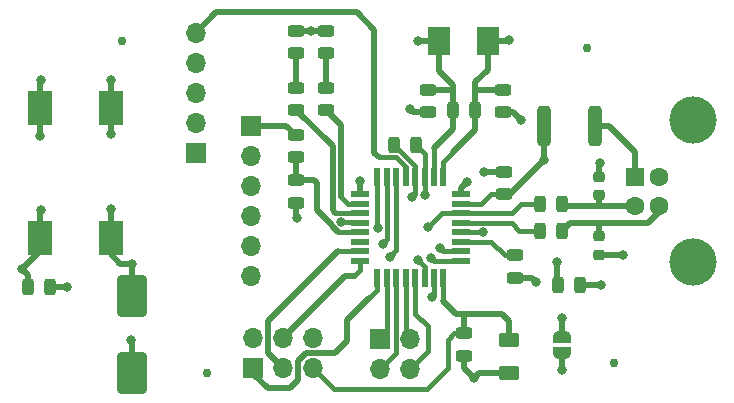
<source format=gbr>
%TF.GenerationSoftware,KiCad,Pcbnew,8.0.1+dfsg-1*%
%TF.CreationDate,2024-04-11T10:46:44+00:00*%
%TF.ProjectId,t1,74312e6b-6963-4616-945f-706362585858,WIP*%
%TF.SameCoordinates,Original*%
%TF.FileFunction,Copper,L1,Top*%
%TF.FilePolarity,Positive*%
%FSLAX46Y46*%
G04 Gerber Fmt 4.6, Leading zero omitted, Abs format (unit mm)*
G04 Created by KiCad (PCBNEW 8.0.1+dfsg-1) date 2024-04-11 10:46:44*
%MOMM*%
%LPD*%
G01*
G04 APERTURE LIST*
G04 Aperture macros list*
%AMRoundRect*
0 Rectangle with rounded corners*
0 $1 Rounding radius*
0 $2 $3 $4 $5 $6 $7 $8 $9 X,Y pos of 4 corners*
0 Add a 4 corners polygon primitive as box body*
4,1,4,$2,$3,$4,$5,$6,$7,$8,$9,$2,$3,0*
0 Add four circle primitives for the rounded corners*
1,1,$1+$1,$2,$3*
1,1,$1+$1,$4,$5*
1,1,$1+$1,$6,$7*
1,1,$1+$1,$8,$9*
0 Add four rect primitives between the rounded corners*
20,1,$1+$1,$2,$3,$4,$5,0*
20,1,$1+$1,$4,$5,$6,$7,0*
20,1,$1+$1,$6,$7,$8,$9,0*
20,1,$1+$1,$8,$9,$2,$3,0*%
%AMFreePoly0*
4,1,19,0.500000,-0.750000,0.000000,-0.750000,0.000000,-0.744911,-0.071157,-0.744911,-0.207708,-0.704816,-0.327430,-0.627875,-0.420627,-0.520320,-0.479746,-0.390866,-0.500000,-0.250000,-0.500000,0.250000,-0.479746,0.390866,-0.420627,0.520320,-0.327430,0.627875,-0.207708,0.704816,-0.071157,0.744911,0.000000,0.744911,0.000000,0.750000,0.500000,0.750000,0.500000,-0.750000,0.500000,-0.750000,
$1*%
%AMFreePoly1*
4,1,19,0.000000,0.744911,0.071157,0.744911,0.207708,0.704816,0.327430,0.627875,0.420627,0.520320,0.479746,0.390866,0.500000,0.250000,0.500000,-0.250000,0.479746,-0.390866,0.420627,-0.520320,0.327430,-0.627875,0.207708,-0.704816,0.071157,-0.744911,0.000000,-0.744911,0.000000,-0.750000,-0.500000,-0.750000,-0.500000,0.750000,0.000000,0.750000,0.000000,0.744911,0.000000,0.744911,
$1*%
G04 Aperture macros list end*
%TA.AperFunction,SMDPad,CuDef*%
%ADD10RoundRect,0.250000X-1.000000X1.500000X-1.000000X-1.500000X1.000000X-1.500000X1.000000X1.500000X0*%
%TD*%
%TA.AperFunction,SMDPad,CuDef*%
%ADD11RoundRect,0.243750X-0.243750X-0.456250X0.243750X-0.456250X0.243750X0.456250X-0.243750X0.456250X0*%
%TD*%
%TA.AperFunction,SMDPad,CuDef*%
%ADD12RoundRect,0.243750X-0.456250X0.243750X-0.456250X-0.243750X0.456250X-0.243750X0.456250X0.243750X0*%
%TD*%
%TA.AperFunction,SMDPad,CuDef*%
%ADD13RoundRect,0.243750X0.456250X-0.243750X0.456250X0.243750X-0.456250X0.243750X-0.456250X-0.243750X0*%
%TD*%
%TA.AperFunction,SMDPad,CuDef*%
%ADD14RoundRect,0.250000X0.625000X-0.375000X0.625000X0.375000X-0.625000X0.375000X-0.625000X-0.375000X0*%
%TD*%
%TA.AperFunction,SMDPad,CuDef*%
%ADD15RoundRect,0.250000X-0.312500X-1.450000X0.312500X-1.450000X0.312500X1.450000X-0.312500X1.450000X0*%
%TD*%
%TA.AperFunction,SMDPad,CuDef*%
%ADD16RoundRect,0.243750X0.243750X0.456250X-0.243750X0.456250X-0.243750X-0.456250X0.243750X-0.456250X0*%
%TD*%
%TA.AperFunction,SMDPad,CuDef*%
%ADD17C,0.750000*%
%TD*%
%TA.AperFunction,SMDPad,CuDef*%
%ADD18R,2.000000X3.000000*%
%TD*%
%TA.AperFunction,ComponentPad*%
%ADD19R,1.700000X1.700000*%
%TD*%
%TA.AperFunction,ComponentPad*%
%ADD20O,1.700000X1.700000*%
%TD*%
%TA.AperFunction,SMDPad,CuDef*%
%ADD21FreePoly0,270.000000*%
%TD*%
%TA.AperFunction,SMDPad,CuDef*%
%ADD22FreePoly1,270.000000*%
%TD*%
%TA.AperFunction,SMDPad,CuDef*%
%ADD23RoundRect,0.218750X-0.256250X0.218750X-0.256250X-0.218750X0.256250X-0.218750X0.256250X0.218750X0*%
%TD*%
%TA.AperFunction,SMDPad,CuDef*%
%ADD24R,1.900000X2.400000*%
%TD*%
%TA.AperFunction,ComponentPad*%
%ADD25R,1.600000X1.600000*%
%TD*%
%TA.AperFunction,ComponentPad*%
%ADD26C,1.600000*%
%TD*%
%TA.AperFunction,ComponentPad*%
%ADD27C,4.000000*%
%TD*%
%TA.AperFunction,SMDPad,CuDef*%
%ADD28R,0.550000X1.600000*%
%TD*%
%TA.AperFunction,SMDPad,CuDef*%
%ADD29R,1.600000X0.550000*%
%TD*%
%TA.AperFunction,SMDPad,CuDef*%
%ADD30RoundRect,0.218750X0.256250X-0.218750X0.256250X0.218750X-0.256250X0.218750X-0.256250X-0.218750X0*%
%TD*%
%TA.AperFunction,ViaPad*%
%ADD31C,0.800000*%
%TD*%
%TA.AperFunction,Conductor*%
%ADD32C,0.508000*%
%TD*%
%TA.AperFunction,Conductor*%
%ADD33C,0.381000*%
%TD*%
G04 APERTURE END LIST*
D10*
%TO.P,C1,1*%
%TO.N,+5V*%
X130835400Y-91644400D03*
%TO.P,C1,2*%
%TO.N,GND*%
X130835400Y-98144400D03*
%TD*%
D11*
%TO.P,C2,1*%
%TO.N,+5V*%
X122062500Y-90900000D03*
%TO.P,C2,2*%
%TO.N,GND*%
X123937500Y-90900000D03*
%TD*%
D12*
%TO.P,C3,1*%
%TO.N,Net-(U1-XTAL1)*%
X162260000Y-74178500D03*
%TO.P,C3,2*%
%TO.N,GND*%
X162260000Y-76053500D03*
%TD*%
%TO.P,C4,1*%
%TO.N,Net-(U1-PC0{slash}XTAL2)*%
X155910000Y-74178500D03*
%TO.P,C4,2*%
%TO.N,GND*%
X155910000Y-76053500D03*
%TD*%
%TO.P,C5,1*%
%TO.N,Net-(U1-UCAP)*%
X163322000Y-88216500D03*
%TO.P,C5,2*%
%TO.N,Earth*%
X163322000Y-90091500D03*
%TD*%
D11*
%TO.P,C7,1*%
%TO.N,+5V*%
X153037300Y-78867000D03*
%TO.P,C7,2*%
%TO.N,GND*%
X154912300Y-78867000D03*
%TD*%
D13*
%TO.P,C8,1*%
%TO.N,/DTR*%
X144754600Y-79906100D03*
%TO.P,C8,2*%
%TO.N,Net-(J6-Pin_1)*%
X144754600Y-78031100D03*
%TD*%
D14*
%TO.P,D1,1,K*%
%TO.N,+5V*%
X162814000Y-98174000D03*
%TO.P,D1,2,A*%
%TO.N,/RESET2*%
X162814000Y-95374000D03*
%TD*%
D13*
%TO.P,D2,1,K*%
%TO.N,/RXLED*%
X147320000Y-75887500D03*
%TO.P,D2,2,A*%
%TO.N,Net-(D2-A)*%
X147320000Y-74012500D03*
%TD*%
%TO.P,D3,1,K*%
%TO.N,/TXLED*%
X144780000Y-75887500D03*
%TO.P,D3,2,A*%
%TO.N,Net-(D3-A)*%
X144780000Y-74012500D03*
%TD*%
D15*
%TO.P,F1,1*%
%TO.N,VBUS*%
X165756500Y-77216000D03*
%TO.P,F1,2*%
%TO.N,Net-(J2-VBUS)*%
X170031500Y-77216000D03*
%TD*%
D16*
%TO.P,FB1,1*%
%TO.N,Net-(J2-Shield)*%
X168831500Y-90678000D03*
%TO.P,FB1,2*%
%TO.N,Earth*%
X166956500Y-90678000D03*
%TD*%
D17*
%TO.P,FID1,*%
%TO.N,*%
X169418000Y-70612000D03*
%TD*%
%TO.P,FID2,*%
%TO.N,*%
X171704000Y-97282000D03*
%TD*%
%TO.P,FID3,*%
%TO.N,*%
X129997200Y-70078600D03*
%TD*%
%TO.P,FID4,*%
%TO.N,*%
X137210800Y-98171000D03*
%TD*%
D18*
%TO.P,J1,1*%
%TO.N,GND*%
X123100000Y-75700000D03*
X129100000Y-75700000D03*
%TO.P,J1,2*%
%TO.N,+5V*%
X129100000Y-86700000D03*
%TO.P,J1,3*%
X123100000Y-86700000D03*
%TD*%
D19*
%TO.P,J3,1,Pin_1*%
%TO.N,Net-(J3-Pin_1)*%
X136300000Y-79500000D03*
D20*
%TO.P,J3,2,Pin_2*%
%TO.N,Net-(J3-Pin_2)*%
X136300000Y-76960000D03*
%TO.P,J3,3,Pin_3*%
%TO.N,Net-(J3-Pin_3)*%
X136300000Y-74420000D03*
%TO.P,J3,4,Pin_4*%
%TO.N,Net-(J3-Pin_4)*%
X136300000Y-71880000D03*
%TO.P,J3,5,Pin_5*%
%TO.N,Net-(J3-Pin_5)*%
X136300000Y-69340000D03*
%TD*%
D19*
%TO.P,J4,1,Pin_1*%
%TO.N,Net-(J4-Pin_1)*%
X151892000Y-95250000D03*
D20*
%TO.P,J4,2,Pin_2*%
%TO.N,Net-(J4-Pin_2)*%
X154432000Y-95250000D03*
%TO.P,J4,3,Pin_3*%
%TO.N,Net-(J4-Pin_3)*%
X151892000Y-97790000D03*
%TO.P,J4,4,Pin_4*%
%TO.N,Net-(J4-Pin_4)*%
X154432000Y-97790000D03*
%TD*%
D19*
%TO.P,J5,1,Pin_1*%
%TO.N,/MISO2*%
X141122400Y-97764600D03*
D20*
%TO.P,J5,2,Pin_2*%
%TO.N,+5V*%
X141122400Y-95224600D03*
%TO.P,J5,3,Pin_3*%
%TO.N,/SCK2*%
X143662400Y-97764600D03*
%TO.P,J5,4,Pin_4*%
%TO.N,/MOSI2*%
X143662400Y-95224600D03*
%TO.P,J5,5,Pin_5*%
%TO.N,/RESET2*%
X146202400Y-97764600D03*
%TO.P,J5,6,Pin_6*%
%TO.N,GND*%
X146202400Y-95224600D03*
%TD*%
D19*
%TO.P,J6,1,Pin_1*%
%TO.N,Net-(J6-Pin_1)*%
X140970000Y-77216000D03*
D20*
%TO.P,J6,2,Pin_2*%
%TO.N,Net-(J6-Pin_2)*%
X140970000Y-79756000D03*
%TO.P,J6,3,Pin_3*%
%TO.N,Net-(J6-Pin_3)*%
X140970000Y-82296000D03*
%TO.P,J6,4,Pin_4*%
%TO.N,Net-(J6-Pin_4)*%
X140970000Y-84836000D03*
%TO.P,J6,5,Pin_5*%
%TO.N,Net-(J6-Pin_5)*%
X140970000Y-87376000D03*
%TO.P,J6,6,Pin_6*%
%TO.N,Net-(J6-Pin_6)*%
X140970000Y-89916000D03*
%TD*%
D21*
%TO.P,JP1,1,A*%
%TO.N,Earth*%
X167259000Y-95133400D03*
D22*
%TO.P,JP1,2,B*%
%TO.N,GND*%
X167259000Y-96433400D03*
%TD*%
D11*
%TO.P,R1,1*%
%TO.N,Net-(U1-D+)*%
X165432500Y-86106000D03*
%TO.P,R1,2*%
%TO.N,Net-(J2-D+)*%
X167307500Y-86106000D03*
%TD*%
%TO.P,R2,1*%
%TO.N,Net-(U1-D-)*%
X165432500Y-83820000D03*
%TO.P,R2,2*%
%TO.N,Net-(J2-D-)*%
X167307500Y-83820000D03*
%TD*%
D16*
%TO.P,R3,1*%
%TO.N,Net-(U1-XTAL1)*%
X159895500Y-75878000D03*
%TO.P,R3,2*%
%TO.N,Net-(U1-PC0{slash}XTAL2)*%
X158020500Y-75878000D03*
%TD*%
D13*
%TO.P,R4,1*%
%TO.N,+5V*%
X159004000Y-96695500D03*
%TO.P,R4,2*%
%TO.N,/RESET2*%
X159004000Y-94820500D03*
%TD*%
D12*
%TO.P,R5,1*%
%TO.N,/DTR*%
X144754600Y-81866500D03*
%TO.P,R5,2*%
%TO.N,GND*%
X144754600Y-83741500D03*
%TD*%
%TO.P,R6,1*%
%TO.N,+5V*%
X147320000Y-69237300D03*
%TO.P,R6,2*%
%TO.N,Net-(D2-A)*%
X147320000Y-71112300D03*
%TD*%
%TO.P,R7,1*%
%TO.N,+5V*%
X144780000Y-69237300D03*
%TO.P,R7,2*%
%TO.N,Net-(D3-A)*%
X144780000Y-71112300D03*
%TD*%
D23*
%TO.P,VR1,1*%
%TO.N,Net-(J2-D+)*%
X170434000Y-86563000D03*
%TO.P,VR1,2*%
%TO.N,Net-(J2-Shield)*%
X170434000Y-88138000D03*
%TD*%
D24*
%TO.P,Y1,1,1*%
%TO.N,Net-(U1-XTAL1)*%
X160977800Y-70027800D03*
%TO.P,Y1,2,2*%
%TO.N,Net-(U1-PC0{slash}XTAL2)*%
X156877800Y-70027800D03*
%TD*%
D25*
%TO.P,J2,1,VBUS*%
%TO.N,Net-(J2-VBUS)*%
X173482000Y-81534000D03*
D26*
%TO.P,J2,2,D-*%
%TO.N,Net-(J2-D-)*%
X173482000Y-84034000D03*
%TO.P,J2,3,D+*%
%TO.N,Net-(J2-D+)*%
X175482000Y-84034000D03*
%TO.P,J2,4,GND*%
%TO.N,Earth*%
X175482000Y-81534000D03*
D27*
%TO.P,J2,5,Shield*%
%TO.N,Net-(J2-Shield)*%
X178342000Y-76784000D03*
X178342000Y-88784000D03*
%TD*%
D28*
%TO.P,U1,1,XTAL1*%
%TO.N,Net-(U1-XTAL1)*%
X157232000Y-81602000D03*
%TO.P,U1,2,PC0/XTAL2*%
%TO.N,Net-(U1-PC0{slash}XTAL2)*%
X156432000Y-81602000D03*
%TO.P,U1,3,GND*%
%TO.N,GND*%
X155632000Y-81602000D03*
%TO.P,U1,4,VCC*%
%TO.N,+5V*%
X154832000Y-81602000D03*
%TO.P,U1,5,PC2*%
%TO.N,Net-(J3-Pin_5)*%
X154032000Y-81602000D03*
%TO.P,U1,6,PD0*%
%TO.N,Net-(J6-Pin_6)*%
X153232000Y-81602000D03*
%TO.P,U1,7,PD1*%
%TO.N,Net-(J6-Pin_5)*%
X152432000Y-81602000D03*
%TO.P,U1,8,PD2*%
%TO.N,Net-(J6-Pin_4)*%
X151632000Y-81602000D03*
D29*
%TO.P,U1,9,PD3*%
%TO.N,Net-(J6-Pin_3)*%
X150182000Y-83052000D03*
%TO.P,U1,10,PD4*%
%TO.N,/RXLED*%
X150182000Y-83852000D03*
%TO.P,U1,11,PD5*%
%TO.N,/TXLED*%
X150182000Y-84652000D03*
%TO.P,U1,12,PD6*%
%TO.N,Net-(J6-Pin_2)*%
X150182000Y-85452000D03*
%TO.P,U1,13,~{HWB}/PD7*%
%TO.N,/DTR*%
X150182000Y-86252000D03*
%TO.P,U1,14,PB0*%
%TO.N,unconnected-(U1-PB0-Pad14)*%
X150182000Y-87052000D03*
%TO.P,U1,15,PB1*%
%TO.N,/SCK2*%
X150182000Y-87852000D03*
%TO.P,U1,16,PB2*%
%TO.N,/MOSI2*%
X150182000Y-88652000D03*
D28*
%TO.P,U1,17,PB3*%
%TO.N,/MISO2*%
X151632000Y-90102000D03*
%TO.P,U1,18,PB4*%
%TO.N,Net-(J4-Pin_1)*%
X152432000Y-90102000D03*
%TO.P,U1,19,PB5*%
%TO.N,Net-(J4-Pin_3)*%
X153232000Y-90102000D03*
%TO.P,U1,20,PB6*%
%TO.N,Net-(J4-Pin_2)*%
X154032000Y-90102000D03*
%TO.P,U1,21,PB7*%
%TO.N,Net-(J4-Pin_4)*%
X154832000Y-90102000D03*
%TO.P,U1,22,PC7*%
%TO.N,Net-(J3-Pin_1)*%
X155632000Y-90102000D03*
%TO.P,U1,23,PC6*%
%TO.N,Net-(J3-Pin_2)*%
X156432000Y-90102000D03*
%TO.P,U1,24,PC1/~{RESET}*%
%TO.N,/RESET2*%
X157232000Y-90102000D03*
D29*
%TO.P,U1,25,PC5*%
%TO.N,Net-(J3-Pin_3)*%
X158682000Y-88652000D03*
%TO.P,U1,26,PC4*%
%TO.N,Net-(J3-Pin_4)*%
X158682000Y-87852000D03*
%TO.P,U1,27,UCAP*%
%TO.N,Net-(U1-UCAP)*%
X158682000Y-87052000D03*
%TO.P,U1,28,UGND*%
%TO.N,Earth*%
X158682000Y-86252000D03*
%TO.P,U1,29,D+*%
%TO.N,Net-(U1-D+)*%
X158682000Y-85452000D03*
%TO.P,U1,30,D-*%
%TO.N,Net-(U1-D-)*%
X158682000Y-84652000D03*
%TO.P,U1,31,UVCC*%
%TO.N,VBUS*%
X158682000Y-83852000D03*
%TO.P,U1,32,AVCC*%
%TO.N,+5V*%
X158682000Y-83052000D03*
%TD*%
D30*
%TO.P,VR2,1*%
%TO.N,Net-(J2-D-)*%
X170434000Y-83108900D03*
%TO.P,VR2,2*%
%TO.N,Net-(J2-Shield)*%
X170434000Y-81533900D03*
%TD*%
D13*
%TO.P,C6,1*%
%TO.N,VBUS*%
X162382200Y-83004900D03*
%TO.P,C6,2*%
%TO.N,Earth*%
X162382200Y-81129900D03*
%TD*%
D31*
%TO.N,GND*%
X154355800Y-75793600D03*
X123113800Y-73329800D03*
X129108200Y-77952600D03*
X167259000Y-97942400D03*
X155676600Y-83058000D03*
X163830000Y-76758800D03*
X125349000Y-90906600D03*
X130810000Y-95351600D03*
X129082800Y-73380600D03*
X144830800Y-85064600D03*
X123088400Y-78130400D03*
%TO.N,+5V*%
X159842200Y-98602800D03*
X154533600Y-83286600D03*
X146024600Y-69240400D03*
X159181800Y-81965800D03*
X130835400Y-88900000D03*
X129108200Y-84302600D03*
X121564400Y-89331800D03*
X123139200Y-84404200D03*
%TO.N,Net-(U1-XTAL1)*%
X162763200Y-70002400D03*
%TO.N,Net-(U1-PC0{slash}XTAL2)*%
X155041600Y-70078600D03*
%TO.N,Earth*%
X160680400Y-81153000D03*
X166878000Y-88773000D03*
X160553400Y-86233000D03*
X167233600Y-93522800D03*
X165049200Y-90449400D03*
%TO.N,VBUS*%
X165735000Y-80162400D03*
%TO.N,Net-(J2-Shield)*%
X170459400Y-80416400D03*
X172389800Y-88138000D03*
X170561000Y-90678000D03*
%TO.N,Net-(J3-Pin_4)*%
X156895800Y-87553800D03*
%TO.N,Net-(J3-Pin_3)*%
X156159200Y-88392000D03*
%TO.N,Net-(J3-Pin_2)*%
X156286200Y-91694000D03*
%TO.N,Net-(J3-Pin_1)*%
X155067000Y-88595200D03*
%TO.N,Net-(J6-Pin_3)*%
X150139400Y-81889600D03*
%TO.N,Net-(J6-Pin_5)*%
X152069800Y-87223600D03*
%TO.N,Net-(J6-Pin_6)*%
X152679400Y-88315800D03*
%TO.N,Net-(J6-Pin_4)*%
X151689100Y-85852000D03*
%TO.N,Net-(J6-Pin_2)*%
X148595111Y-85389689D03*
%TO.N,Net-(U1-D-)*%
X155956000Y-85775802D03*
%TD*%
D32*
%TO.N,GND*%
X144754600Y-84988400D02*
X144830800Y-85064600D01*
X125342400Y-90900000D02*
X125349000Y-90906600D01*
X129100000Y-75700000D02*
X129100000Y-77944400D01*
D33*
X155632000Y-83013400D02*
X155676600Y-83058000D01*
D32*
X144754600Y-83741500D02*
X144754600Y-84988400D01*
X123937500Y-90900000D02*
X125342400Y-90900000D01*
X123100000Y-75700000D02*
X123100000Y-78118800D01*
X163124700Y-76053500D02*
X163830000Y-76758800D01*
D33*
X155632000Y-79586700D02*
X154912300Y-78867000D01*
X155632000Y-81602000D02*
X155632000Y-83013400D01*
D32*
X123100000Y-75700000D02*
X123100000Y-73343600D01*
X154615700Y-76053500D02*
X154355800Y-75793600D01*
X123100000Y-73343600D02*
X123113800Y-73329800D01*
X162260000Y-76053500D02*
X163124700Y-76053500D01*
X155910000Y-76053500D02*
X154615700Y-76053500D01*
X167259000Y-96433400D02*
X167259000Y-97942400D01*
X130835400Y-95377000D02*
X130810000Y-95351600D01*
X129100000Y-73397800D02*
X129082800Y-73380600D01*
X129100000Y-77944400D02*
X129108200Y-77952600D01*
X123100000Y-78118800D02*
X123088400Y-78130400D01*
D33*
X155632000Y-81602000D02*
X155632000Y-79586700D01*
D32*
X130835400Y-98144400D02*
X130835400Y-95377000D01*
X129100000Y-75700000D02*
X129100000Y-73397800D01*
%TO.N,+5V*%
X123100000Y-84443400D02*
X123139200Y-84404200D01*
X144780000Y-69237300D02*
X146021500Y-69237300D01*
D33*
X154832000Y-82988200D02*
X154533600Y-83286600D01*
D32*
X129100000Y-84310800D02*
X129108200Y-84302600D01*
X162814000Y-98174000D02*
X160271000Y-98174000D01*
X158682000Y-83052000D02*
X158682000Y-82465600D01*
D33*
X154832000Y-80661700D02*
X153037300Y-78867000D01*
D32*
X159004000Y-97764600D02*
X159842200Y-98602800D01*
X123100000Y-86700000D02*
X123100000Y-84443400D01*
X146021500Y-69237300D02*
X146024600Y-69240400D01*
X159004000Y-96695500D02*
X159004000Y-97764600D01*
X123100000Y-86700000D02*
X123100000Y-87796200D01*
X129100000Y-86700000D02*
X129100000Y-84310800D01*
X129870200Y-88900000D02*
X130835400Y-88900000D01*
X122062500Y-89829900D02*
X121564400Y-89331800D01*
X122062500Y-90900000D02*
X122062500Y-89829900D01*
X130835400Y-91644400D02*
X130835400Y-88900000D01*
X160271000Y-98174000D02*
X159842200Y-98602800D01*
X146027700Y-69237300D02*
X146024600Y-69240400D01*
D33*
X154832000Y-81602000D02*
X154832000Y-80661700D01*
D32*
X158682000Y-82465600D02*
X159181800Y-81965800D01*
X123100000Y-87796200D02*
X121564400Y-89331800D01*
X129100000Y-88129800D02*
X129870200Y-88900000D01*
X129100000Y-86700000D02*
X129100000Y-88129800D01*
X147320000Y-69237300D02*
X146027700Y-69237300D01*
D33*
X154832000Y-81602000D02*
X154832000Y-82988200D01*
D32*
%TO.N,Net-(U1-XTAL1)*%
X162260000Y-74178500D02*
X159954300Y-74178500D01*
X162737800Y-70027800D02*
X162763200Y-70002400D01*
D33*
X157232000Y-80283400D02*
X158038800Y-79476600D01*
D32*
X159895500Y-73555900D02*
X160977800Y-72473600D01*
X160977800Y-72473600D02*
X160977800Y-70027800D01*
X158038800Y-79476600D02*
X159895500Y-77619900D01*
X159954300Y-74178500D02*
X159895500Y-74119700D01*
X159895500Y-75878000D02*
X159895500Y-74119700D01*
X160977800Y-70027800D02*
X162737800Y-70027800D01*
D33*
X157232000Y-81602000D02*
X157232000Y-80283400D01*
D32*
X159895500Y-77619900D02*
X159895500Y-75878000D01*
X159895500Y-74119700D02*
X159895500Y-73555900D01*
%TO.N,Net-(U1-PC0{slash}XTAL2)*%
X155910000Y-74178500D02*
X157875900Y-74178500D01*
X156827000Y-70078600D02*
X156877800Y-70027800D01*
X158020500Y-75878000D02*
X158020500Y-77513700D01*
X155041600Y-70078600D02*
X156827000Y-70078600D01*
X158020500Y-75878000D02*
X158020500Y-74033900D01*
D33*
X156438600Y-79095600D02*
X156432000Y-79102200D01*
D32*
X158020500Y-74033900D02*
X158020500Y-73768700D01*
D33*
X156432000Y-79102200D02*
X156432000Y-81602000D01*
D32*
X158020500Y-77513700D02*
X156438600Y-79095600D01*
X156877800Y-72626000D02*
X156877800Y-70027800D01*
X157875900Y-74178500D02*
X158020500Y-74033900D01*
X158020500Y-73768700D02*
X156877800Y-72626000D01*
D33*
%TO.N,Earth*%
X158682000Y-86252000D02*
X160534400Y-86252000D01*
D32*
X160703500Y-81129900D02*
X160680400Y-81153000D01*
X166878000Y-88773000D02*
X166878000Y-90599500D01*
X163322000Y-90091500D02*
X164691300Y-90091500D01*
X167259000Y-95133400D02*
X167259000Y-93548200D01*
X162382200Y-81129900D02*
X160703500Y-81129900D01*
D33*
X160534400Y-86252000D02*
X160553400Y-86233000D01*
D32*
X166878000Y-90599500D02*
X166956500Y-90678000D01*
X164691300Y-90091500D02*
X165049200Y-90449400D01*
X167259000Y-93548200D02*
X167233600Y-93522800D01*
D33*
%TO.N,Net-(U1-UCAP)*%
X161245400Y-87052000D02*
X162409900Y-88216500D01*
X158682000Y-87052000D02*
X161245400Y-87052000D01*
X162409900Y-88216500D02*
X163322000Y-88216500D01*
%TO.N,VBUS*%
X160369000Y-83852000D02*
X161216100Y-83004900D01*
D32*
X162382200Y-83004900D02*
X162892500Y-83004900D01*
X162892500Y-83004900D02*
X165735000Y-80162400D01*
D33*
X158682000Y-83852000D02*
X160369000Y-83852000D01*
D32*
X165756500Y-77216000D02*
X165756500Y-80140900D01*
D33*
X161216100Y-83004900D02*
X162382200Y-83004900D01*
D32*
X165756500Y-80140900D02*
X165735000Y-80162400D01*
%TO.N,Net-(J6-Pin_1)*%
X140970000Y-77216000D02*
X143939500Y-77216000D01*
X143939500Y-77216000D02*
X144754600Y-78031100D01*
%TO.N,/DTR*%
X146507200Y-82092800D02*
X146280900Y-81866500D01*
X147777200Y-85674200D02*
X146507200Y-84404200D01*
X147777200Y-85712200D02*
X147777200Y-85674200D01*
X146280900Y-81866500D02*
X144754600Y-81866500D01*
X146507200Y-84404200D02*
X146507200Y-82092800D01*
X148317000Y-86252000D02*
X147777200Y-85712200D01*
D33*
X150182000Y-86252000D02*
X148317000Y-86252000D01*
D32*
X144754600Y-79906100D02*
X144754600Y-81866500D01*
%TO.N,/RESET2*%
X158267400Y-93141800D02*
X157226000Y-92100400D01*
X159004000Y-93294200D02*
X159004000Y-94820500D01*
D33*
X157581600Y-95351600D02*
X158112700Y-94820500D01*
X158112700Y-94820500D02*
X159004000Y-94820500D01*
X146202400Y-97764600D02*
X147929600Y-99491800D01*
D32*
X159156400Y-93141800D02*
X158267400Y-93141800D01*
D33*
X157232000Y-92094400D02*
X157232000Y-90102000D01*
D32*
X162179000Y-93141800D02*
X159156400Y-93141800D01*
D33*
X157581600Y-97713800D02*
X157581600Y-95351600D01*
X157226000Y-92100400D02*
X157232000Y-92094400D01*
D32*
X162814000Y-95374000D02*
X162814000Y-93776800D01*
X162814000Y-93776800D02*
X162179000Y-93141800D01*
X159156400Y-93141800D02*
X159004000Y-93294200D01*
D33*
X147929600Y-99491800D02*
X155803600Y-99491800D01*
X155803600Y-99491800D02*
X157581600Y-97713800D01*
D32*
%TO.N,Net-(D2-A)*%
X147320000Y-71112300D02*
X147320000Y-74012500D01*
D33*
%TO.N,/RXLED*%
X149175478Y-83852000D02*
X148564600Y-83241122D01*
X150182000Y-83852000D02*
X149175478Y-83852000D01*
D32*
X148564600Y-83241122D02*
X148564600Y-77132100D01*
X148564600Y-77132100D02*
X147320000Y-75887500D01*
%TO.N,Net-(D3-A)*%
X144780000Y-71112300D02*
X144780000Y-74012500D01*
%TO.N,/TXLED*%
X144780000Y-75887500D02*
X147853400Y-78960900D01*
X147853400Y-78960900D02*
X147853400Y-84404200D01*
D33*
X150162800Y-84632800D02*
X150182000Y-84652000D01*
D32*
X147853400Y-84404200D02*
X148082000Y-84632800D01*
D33*
X148082000Y-84632800D02*
X150162800Y-84632800D01*
D32*
%TO.N,Net-(J2-VBUS)*%
X171216000Y-77216000D02*
X170031500Y-77216000D01*
X173482000Y-79482000D02*
X171216000Y-77216000D01*
X173482000Y-81534000D02*
X173482000Y-79482000D01*
%TO.N,Net-(J2-Shield)*%
X170434000Y-81762500D02*
X170434000Y-80441800D01*
X170434000Y-88138000D02*
X172389800Y-88138000D01*
X170434000Y-80441800D02*
X170459400Y-80416400D01*
X168831500Y-90678000D02*
X170561000Y-90678000D01*
%TO.N,Net-(J2-D+)*%
X175482000Y-84034000D02*
X175482000Y-84526000D01*
X174508000Y-85500000D02*
X170412200Y-85500000D01*
X170434000Y-86563000D02*
X170434000Y-85521800D01*
X175482000Y-84526000D02*
X174508000Y-85500000D01*
X167913500Y-85500000D02*
X167307500Y-86106000D01*
X170201800Y-85500000D02*
X167913500Y-85500000D01*
%TO.N,Net-(J2-D-)*%
X170368600Y-84034000D02*
X167521500Y-84034000D01*
X173482000Y-84034000D02*
X170368600Y-84034000D01*
X167521500Y-84034000D02*
X167307500Y-83820000D01*
X170434000Y-83108900D02*
X170434000Y-83968600D01*
X170434000Y-83968600D02*
X170368600Y-84034000D01*
D33*
%TO.N,Net-(J3-Pin_4)*%
X158682000Y-87852000D02*
X157194000Y-87852000D01*
X157194000Y-87852000D02*
X156895800Y-87553800D01*
%TO.N,Net-(J3-Pin_3)*%
X156419200Y-88652000D02*
X156159200Y-88392000D01*
X158682000Y-88652000D02*
X156419200Y-88652000D01*
%TO.N,Net-(J3-Pin_2)*%
X156432000Y-90102000D02*
X156432000Y-91548200D01*
X156432000Y-91548200D02*
X156286200Y-91694000D01*
%TO.N,Net-(J3-Pin_1)*%
X155632000Y-90102000D02*
X155632000Y-89160200D01*
X155632000Y-89160200D02*
X155067000Y-88595200D01*
%TO.N,Net-(J3-Pin_5)*%
X154032000Y-80753000D02*
X153188910Y-79909910D01*
D32*
X149885400Y-67640200D02*
X137999800Y-67640200D01*
X151741110Y-79909910D02*
X151358600Y-79527400D01*
X151358600Y-79527400D02*
X151358600Y-69113400D01*
X137999800Y-67640200D02*
X136300000Y-69340000D01*
X151358600Y-69113400D02*
X149885400Y-67640200D01*
D33*
X153188910Y-79909910D02*
X151741110Y-79909910D01*
X154032000Y-81602000D02*
X154032000Y-80753000D01*
%TO.N,Net-(J4-Pin_2)*%
X154032000Y-94850000D02*
X154432000Y-95250000D01*
X154032000Y-90102000D02*
X154032000Y-94850000D01*
%TO.N,Net-(J4-Pin_1)*%
X152432000Y-94710000D02*
X151892000Y-95250000D01*
X152432000Y-90102000D02*
X152432000Y-94710000D01*
%TO.N,Net-(J4-Pin_4)*%
X155879800Y-94183200D02*
X155879800Y-96342200D01*
X155879800Y-96342200D02*
X154432000Y-97790000D01*
X154832000Y-90102000D02*
X154832000Y-93135400D01*
X154832000Y-93135400D02*
X155879800Y-94183200D01*
%TO.N,Net-(J4-Pin_3)*%
X153232000Y-96450000D02*
X151892000Y-97790000D01*
X153232000Y-90102000D02*
X153232000Y-96450000D01*
D32*
%TO.N,/MOSI2*%
X148894800Y-89992200D02*
X149656800Y-89992200D01*
D33*
X149656800Y-89992200D02*
X150182000Y-89467000D01*
X150182000Y-89467000D02*
X150182000Y-88652000D01*
D32*
X143662400Y-95224600D02*
X148894800Y-89992200D01*
%TO.N,/SCK2*%
X143662400Y-97764600D02*
X142405999Y-96508199D01*
D33*
X148590000Y-87858600D02*
X148596600Y-87852000D01*
D32*
X148285200Y-87858600D02*
X148310600Y-87858600D01*
X142405999Y-96508199D02*
X142405999Y-93737801D01*
D33*
X148310600Y-87858600D02*
X148590000Y-87858600D01*
D32*
X142405999Y-93737801D02*
X148285200Y-87858600D01*
D33*
X148596600Y-87852000D02*
X150182000Y-87852000D01*
D32*
%TO.N,/MISO2*%
X148044799Y-96508199D02*
X149098000Y-95454998D01*
X150952200Y-91846400D02*
X150952200Y-91821000D01*
X141122400Y-97764600D02*
X141122400Y-98247200D01*
D33*
X150952200Y-91821000D02*
X151632000Y-91141200D01*
D32*
X141122400Y-98247200D02*
X142341600Y-99466400D01*
X149098000Y-93700600D02*
X150952200Y-91846400D01*
D33*
X151632000Y-91141200D02*
X151632000Y-90102000D01*
D32*
X149098000Y-95454998D02*
X149098000Y-93700600D01*
X144272000Y-99466400D02*
X144945999Y-98792401D01*
X144945999Y-97161527D02*
X145599327Y-96508199D01*
X144945999Y-98792401D02*
X144945999Y-97161527D01*
X145599327Y-96508199D02*
X148044799Y-96508199D01*
X142341600Y-99466400D02*
X144272000Y-99466400D01*
%TO.N,Net-(J6-Pin_3)*%
X150139400Y-81889600D02*
X150139400Y-83009400D01*
X150139400Y-83009400D02*
X150182000Y-83052000D01*
D33*
%TO.N,Net-(J6-Pin_5)*%
X152432000Y-81602000D02*
X152432000Y-86861400D01*
X152432000Y-86861400D02*
X152069800Y-87223600D01*
%TO.N,Net-(J6-Pin_6)*%
X153232000Y-87763200D02*
X152679400Y-88315800D01*
X153232000Y-81602000D02*
X153232000Y-87763200D01*
%TO.N,Net-(J6-Pin_4)*%
X151632000Y-85794900D02*
X151689100Y-85852000D01*
X151632000Y-81602000D02*
X151632000Y-85794900D01*
%TO.N,Net-(J6-Pin_2)*%
X148595111Y-85389689D02*
X150119689Y-85389689D01*
X150119689Y-85389689D02*
X150182000Y-85452000D01*
%TO.N,Net-(U1-D+)*%
X158682000Y-85452000D02*
X162998200Y-85452000D01*
X162998200Y-85452000D02*
X163652200Y-86106000D01*
X163652200Y-86106000D02*
X165432500Y-86106000D01*
%TO.N,Net-(U1-D-)*%
X158682000Y-84652000D02*
X162998000Y-84652000D01*
X162998000Y-84652000D02*
X163830000Y-83820000D01*
X163830000Y-83820000D02*
X165432500Y-83820000D01*
X157079802Y-84652000D02*
X155956000Y-85775802D01*
X158682000Y-84652000D02*
X157079802Y-84652000D01*
%TD*%
M02*

</source>
